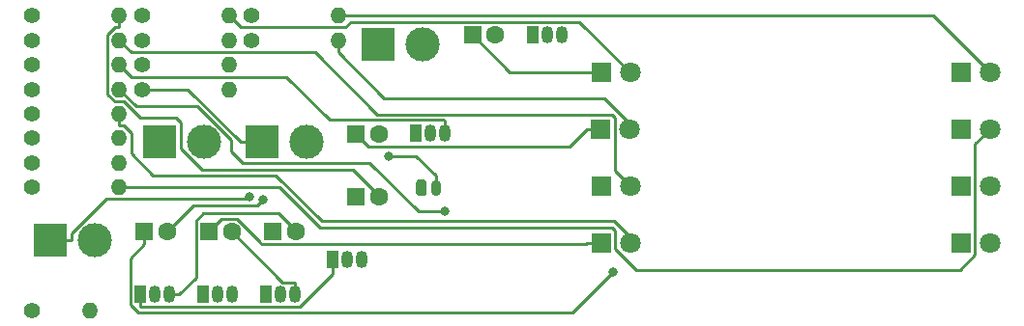
<source format=gbr>
G04 #@! TF.GenerationSoftware,KiCad,Pcbnew,(5.0.1-3-g963ef8bb5)*
G04 #@! TF.CreationDate,2019-07-07T12:57:12+09:00*
G04 #@! TF.ProjectId,Edge Light Tree,45646765204C6967687420547265652E,rev?*
G04 #@! TF.SameCoordinates,Original*
G04 #@! TF.FileFunction,Copper,L1,Top,Mixed*
G04 #@! TF.FilePolarity,Positive*
%FSLAX46Y46*%
G04 Gerber Fmt 4.6, Leading zero omitted, Abs format (unit mm)*
G04 Created by KiCad (PCBNEW (5.0.1-3-g963ef8bb5)) date 2019 July 07, Sunday 12:57:12*
%MOMM*%
%LPD*%
G01*
G04 APERTURE LIST*
G04 #@! TA.AperFunction,ComponentPad*
%ADD10C,3.000000*%
G04 #@! TD*
G04 #@! TA.AperFunction,ComponentPad*
%ADD11R,3.000000X3.000000*%
G04 #@! TD*
G04 #@! TA.AperFunction,ComponentPad*
%ADD12C,1.600000*%
G04 #@! TD*
G04 #@! TA.AperFunction,ComponentPad*
%ADD13R,1.600000X1.600000*%
G04 #@! TD*
G04 #@! TA.AperFunction,ComponentPad*
%ADD14C,1.800000*%
G04 #@! TD*
G04 #@! TA.AperFunction,ComponentPad*
%ADD15R,1.800000X1.800000*%
G04 #@! TD*
G04 #@! TA.AperFunction,Conductor*
%ADD16C,0.100000*%
G04 #@! TD*
G04 #@! TA.AperFunction,ComponentPad*
%ADD17C,0.900000*%
G04 #@! TD*
G04 #@! TA.AperFunction,ComponentPad*
%ADD18O,0.900000X1.400000*%
G04 #@! TD*
G04 #@! TA.AperFunction,ComponentPad*
%ADD19R,1.050000X1.500000*%
G04 #@! TD*
G04 #@! TA.AperFunction,ComponentPad*
%ADD20O,1.050000X1.500000*%
G04 #@! TD*
G04 #@! TA.AperFunction,ComponentPad*
%ADD21C,1.400000*%
G04 #@! TD*
G04 #@! TA.AperFunction,ComponentPad*
%ADD22O,1.400000X1.400000*%
G04 #@! TD*
G04 #@! TA.AperFunction,ViaPad*
%ADD23C,0.800000*%
G04 #@! TD*
G04 #@! TA.AperFunction,Conductor*
%ADD24C,0.250000*%
G04 #@! TD*
G04 APERTURE END LIST*
D10*
G04 #@! TO.P,BT1,2*
G04 #@! TO.N,Net-(BT1-Pad2)*
X123178000Y-96746400D03*
D11*
G04 #@! TO.P,BT1,1*
G04 #@! TO.N,Net-(BT1-Pad1)*
X119298000Y-96746400D03*
G04 #@! TD*
D10*
G04 #@! TO.P,BT2,2*
G04 #@! TO.N,Net-(BT2-Pad2)*
X151888000Y-79546400D03*
D11*
G04 #@! TO.P,BT2,1*
G04 #@! TO.N,Net-(BT2-Pad1)*
X148008000Y-79546400D03*
G04 #@! TD*
D12*
G04 #@! TO.P,C1,2*
G04 #@! TO.N,Net-(C1-Pad2)*
X129533000Y-95996400D03*
D13*
G04 #@! TO.P,C1,1*
G04 #@! TO.N,Net-(C1-Pad1)*
X127533000Y-95996400D03*
G04 #@! TD*
G04 #@! TO.P,C2,1*
G04 #@! TO.N,Net-(C2-Pad1)*
X146033000Y-87396400D03*
D12*
G04 #@! TO.P,C2,2*
G04 #@! TO.N,Net-(C2-Pad2)*
X148033000Y-87396400D03*
G04 #@! TD*
D13*
G04 #@! TO.P,C3,1*
G04 #@! TO.N,Net-(C3-Pad1)*
X133163000Y-95996400D03*
D12*
G04 #@! TO.P,C3,2*
G04 #@! TO.N,Net-(C3-Pad2)*
X135163000Y-95996400D03*
G04 #@! TD*
G04 #@! TO.P,C4,2*
G04 #@! TO.N,Net-(C4-Pad2)*
X158243000Y-78746400D03*
D13*
G04 #@! TO.P,C4,1*
G04 #@! TO.N,Net-(C4-Pad1)*
X156243000Y-78746400D03*
G04 #@! TD*
G04 #@! TO.P,C5,1*
G04 #@! TO.N,Net-(C5-Pad1)*
X138793000Y-95996400D03*
D12*
G04 #@! TO.P,C5,2*
G04 #@! TO.N,Net-(C5-Pad2)*
X140793000Y-95996400D03*
G04 #@! TD*
G04 #@! TO.P,C6,2*
G04 #@! TO.N,Net-(C6-Pad2)*
X148033000Y-92946400D03*
D13*
G04 #@! TO.P,C6,1*
G04 #@! TO.N,Net-(C6-Pad1)*
X146033000Y-92946400D03*
G04 #@! TD*
D14*
G04 #@! TO.P,D1,2*
G04 #@! TO.N,Net-(D1-Pad2)*
X201540000Y-92000000D03*
D15*
G04 #@! TO.P,D1,1*
G04 #@! TO.N,Net-(C1-Pad1)*
X199000000Y-92000000D03*
G04 #@! TD*
G04 #@! TO.P,D2,1*
G04 #@! TO.N,Net-(C1-Pad1)*
X199000000Y-87000000D03*
D14*
G04 #@! TO.P,D2,2*
G04 #@! TO.N,Net-(D2-Pad2)*
X201540000Y-87000000D03*
G04 #@! TD*
G04 #@! TO.P,D3,2*
G04 #@! TO.N,Net-(D3-Pad2)*
X170000000Y-87000000D03*
D15*
G04 #@! TO.P,D3,1*
G04 #@! TO.N,Net-(C2-Pad1)*
X167460000Y-87000000D03*
G04 #@! TD*
G04 #@! TO.P,D4,1*
G04 #@! TO.N,Net-(C2-Pad1)*
X199000000Y-82000000D03*
D14*
G04 #@! TO.P,D4,2*
G04 #@! TO.N,Net-(D4-Pad2)*
X201540000Y-82000000D03*
G04 #@! TD*
G04 #@! TO.P,D5,2*
G04 #@! TO.N,Net-(D5-Pad2)*
X170040000Y-97000000D03*
D15*
G04 #@! TO.P,D5,1*
G04 #@! TO.N,Net-(C3-Pad1)*
X167500000Y-97000000D03*
G04 #@! TD*
G04 #@! TO.P,D6,1*
G04 #@! TO.N,Net-(C3-Pad1)*
X199000000Y-97000000D03*
D14*
G04 #@! TO.P,D6,2*
G04 #@! TO.N,Net-(D6-Pad2)*
X201540000Y-97000000D03*
G04 #@! TD*
D15*
G04 #@! TO.P,D7,1*
G04 #@! TO.N,Net-(C4-Pad1)*
X167500000Y-82000000D03*
D14*
G04 #@! TO.P,D7,2*
G04 #@! TO.N,Net-(D7-Pad2)*
X170040000Y-82000000D03*
G04 #@! TD*
D15*
G04 #@! TO.P,D8,1*
G04 #@! TO.N,Net-(C4-Pad1)*
X167500000Y-92000000D03*
D14*
G04 #@! TO.P,D8,2*
G04 #@! TO.N,Net-(D8-Pad2)*
X170040000Y-92000000D03*
G04 #@! TD*
D16*
G04 #@! TO.N,Net-(M1-Pad1)*
G04 #@! TO.C,M1*
G36*
X152020054Y-91437483D02*
X152041895Y-91440723D01*
X152063314Y-91446088D01*
X152084104Y-91453527D01*
X152104064Y-91462968D01*
X152123003Y-91474319D01*
X152140738Y-91487473D01*
X152157099Y-91502301D01*
X152171927Y-91518662D01*
X152185081Y-91536397D01*
X152196432Y-91555336D01*
X152205873Y-91575296D01*
X152213312Y-91596086D01*
X152218677Y-91617505D01*
X152221917Y-91639346D01*
X152223000Y-91661400D01*
X152223000Y-92611400D01*
X152221917Y-92633454D01*
X152218677Y-92655295D01*
X152213312Y-92676714D01*
X152205873Y-92697504D01*
X152196432Y-92717464D01*
X152185081Y-92736403D01*
X152171927Y-92754138D01*
X152157099Y-92770499D01*
X152140738Y-92785327D01*
X152123003Y-92798481D01*
X152104064Y-92809832D01*
X152084104Y-92819273D01*
X152063314Y-92826712D01*
X152041895Y-92832077D01*
X152020054Y-92835317D01*
X151998000Y-92836400D01*
X151548000Y-92836400D01*
X151525946Y-92835317D01*
X151504105Y-92832077D01*
X151482686Y-92826712D01*
X151461896Y-92819273D01*
X151441936Y-92809832D01*
X151422997Y-92798481D01*
X151405262Y-92785327D01*
X151388901Y-92770499D01*
X151374073Y-92754138D01*
X151360919Y-92736403D01*
X151349568Y-92717464D01*
X151340127Y-92697504D01*
X151332688Y-92676714D01*
X151327323Y-92655295D01*
X151324083Y-92633454D01*
X151323000Y-92611400D01*
X151323000Y-91661400D01*
X151324083Y-91639346D01*
X151327323Y-91617505D01*
X151332688Y-91596086D01*
X151340127Y-91575296D01*
X151349568Y-91555336D01*
X151360919Y-91536397D01*
X151374073Y-91518662D01*
X151388901Y-91502301D01*
X151405262Y-91487473D01*
X151422997Y-91474319D01*
X151441936Y-91462968D01*
X151461896Y-91453527D01*
X151482686Y-91446088D01*
X151504105Y-91440723D01*
X151525946Y-91437483D01*
X151548000Y-91436400D01*
X151998000Y-91436400D01*
X152020054Y-91437483D01*
X152020054Y-91437483D01*
G37*
D17*
G04 #@! TD*
G04 #@! TO.P,M1,1*
G04 #@! TO.N,Net-(M1-Pad1)*
X151773000Y-92136400D03*
D18*
G04 #@! TO.P,M1,2*
G04 #@! TO.N,Net-(BT2-Pad2)*
X153023000Y-92136400D03*
G04 #@! TD*
D19*
G04 #@! TO.P,Q1,1*
G04 #@! TO.N,Net-(C5-Pad1)*
X151283000Y-87376400D03*
D20*
G04 #@! TO.P,Q1,3*
G04 #@! TO.N,Net-(C4-Pad2)*
X153823000Y-87376400D03*
G04 #@! TO.P,Q1,2*
G04 #@! TO.N,Net-(C3-Pad1)*
X152553000Y-87376400D03*
G04 #@! TD*
G04 #@! TO.P,Q2,2*
G04 #@! TO.N,Net-(C4-Pad1)*
X139443000Y-101526000D03*
G04 #@! TO.P,Q2,3*
G04 #@! TO.N,Net-(C3-Pad2)*
X140713000Y-101526000D03*
D19*
G04 #@! TO.P,Q2,1*
G04 #@! TO.N,Net-(C5-Pad1)*
X138173000Y-101526000D03*
G04 #@! TD*
G04 #@! TO.P,Q3,1*
G04 #@! TO.N,Net-(C6-Pad1)*
X132663000Y-101526000D03*
D20*
G04 #@! TO.P,Q3,3*
G04 #@! TO.N,Net-(C2-Pad2)*
X135203000Y-101526000D03*
G04 #@! TO.P,Q3,2*
G04 #@! TO.N,Net-(C1-Pad1)*
X133933000Y-101526000D03*
G04 #@! TD*
G04 #@! TO.P,Q4,2*
G04 #@! TO.N,Net-(C2-Pad1)*
X162763000Y-78726400D03*
G04 #@! TO.P,Q4,3*
G04 #@! TO.N,Net-(C1-Pad2)*
X164033000Y-78726400D03*
D19*
G04 #@! TO.P,Q4,1*
G04 #@! TO.N,Net-(C6-Pad1)*
X161493000Y-78726400D03*
G04 #@! TD*
G04 #@! TO.P,Q5,1*
G04 #@! TO.N,Net-(BT1-Pad2)*
X127153000Y-101526000D03*
D20*
G04 #@! TO.P,Q5,3*
G04 #@! TO.N,Net-(C5-Pad2)*
X129693000Y-101526000D03*
G04 #@! TO.P,Q5,2*
G04 #@! TO.N,Net-(C6-Pad1)*
X128423000Y-101526000D03*
G04 #@! TD*
G04 #@! TO.P,Q6,2*
G04 #@! TO.N,Net-(C5-Pad1)*
X145313000Y-98476400D03*
G04 #@! TO.P,Q6,3*
G04 #@! TO.N,Net-(C6-Pad2)*
X146583000Y-98476400D03*
D19*
G04 #@! TO.P,Q6,1*
G04 #@! TO.N,Net-(BT1-Pad2)*
X144043000Y-98476400D03*
G04 #@! TD*
D21*
G04 #@! TO.P,R1,1*
G04 #@! TO.N,Net-(R1-Pad1)*
X117713000Y-102896000D03*
D22*
G04 #@! TO.P,R1,2*
G04 #@! TO.N,Net-(M1-Pad1)*
X122793000Y-102896000D03*
G04 #@! TD*
G04 #@! TO.P,R2,2*
G04 #@! TO.N,Net-(D1-Pad2)*
X134903000Y-83496400D03*
D21*
G04 #@! TO.P,R2,1*
G04 #@! TO.N,Net-(R10-Pad1)*
X127283000Y-83496400D03*
G04 #@! TD*
G04 #@! TO.P,R3,1*
G04 #@! TO.N,Net-(R10-Pad1)*
X117713000Y-92096400D03*
D22*
G04 #@! TO.P,R3,2*
G04 #@! TO.N,Net-(D2-Pad2)*
X125333000Y-92096400D03*
G04 #@! TD*
G04 #@! TO.P,R4,2*
G04 #@! TO.N,Net-(C1-Pad2)*
X134903000Y-81346400D03*
D21*
G04 #@! TO.P,R4,1*
G04 #@! TO.N,Net-(R10-Pad1)*
X127283000Y-81346400D03*
G04 #@! TD*
G04 #@! TO.P,R5,1*
G04 #@! TO.N,Net-(R10-Pad1)*
X117713000Y-89946400D03*
D22*
G04 #@! TO.P,R5,2*
G04 #@! TO.N,Net-(C2-Pad2)*
X125333000Y-89946400D03*
G04 #@! TD*
G04 #@! TO.P,R6,2*
G04 #@! TO.N,Net-(D3-Pad2)*
X144473000Y-79196400D03*
D21*
G04 #@! TO.P,R6,1*
G04 #@! TO.N,Net-(R10-Pad1)*
X136853000Y-79196400D03*
G04 #@! TD*
G04 #@! TO.P,R7,1*
G04 #@! TO.N,Net-(R10-Pad1)*
X136853000Y-77046400D03*
D22*
G04 #@! TO.P,R7,2*
G04 #@! TO.N,Net-(D4-Pad2)*
X144473000Y-77046400D03*
G04 #@! TD*
G04 #@! TO.P,R8,2*
G04 #@! TO.N,Net-(C6-Pad2)*
X125333000Y-77046400D03*
D21*
G04 #@! TO.P,R8,1*
G04 #@! TO.N,Net-(R10-Pad1)*
X117713000Y-77046400D03*
G04 #@! TD*
G04 #@! TO.P,R9,1*
G04 #@! TO.N,Net-(R10-Pad1)*
X117713000Y-87796400D03*
D22*
G04 #@! TO.P,R9,2*
G04 #@! TO.N,Net-(C5-Pad2)*
X125333000Y-87796400D03*
G04 #@! TD*
D21*
G04 #@! TO.P,R10,1*
G04 #@! TO.N,Net-(R10-Pad1)*
X117713000Y-85646400D03*
D22*
G04 #@! TO.P,R10,2*
G04 #@! TO.N,Net-(D5-Pad2)*
X125333000Y-85646400D03*
G04 #@! TD*
G04 #@! TO.P,R11,2*
G04 #@! TO.N,Net-(D6-Pad2)*
X125333000Y-83496400D03*
D21*
G04 #@! TO.P,R11,1*
G04 #@! TO.N,Net-(R10-Pad1)*
X117713000Y-83496400D03*
G04 #@! TD*
G04 #@! TO.P,R12,1*
G04 #@! TO.N,Net-(R10-Pad1)*
X127283000Y-79196400D03*
D22*
G04 #@! TO.P,R12,2*
G04 #@! TO.N,Net-(C3-Pad2)*
X134903000Y-79196400D03*
G04 #@! TD*
G04 #@! TO.P,R13,2*
G04 #@! TO.N,Net-(C4-Pad2)*
X125333000Y-81346400D03*
D21*
G04 #@! TO.P,R13,1*
G04 #@! TO.N,Net-(R10-Pad1)*
X117713000Y-81346400D03*
G04 #@! TD*
G04 #@! TO.P,R14,1*
G04 #@! TO.N,Net-(R10-Pad1)*
X127283000Y-77046400D03*
D22*
G04 #@! TO.P,R14,2*
G04 #@! TO.N,Net-(D7-Pad2)*
X134903000Y-77046400D03*
G04 #@! TD*
G04 #@! TO.P,R15,2*
G04 #@! TO.N,Net-(D8-Pad2)*
X125333000Y-79196400D03*
D21*
G04 #@! TO.P,R15,1*
G04 #@! TO.N,Net-(R10-Pad1)*
X117713000Y-79196400D03*
G04 #@! TD*
D11*
G04 #@! TO.P,SW1,1*
G04 #@! TO.N,Net-(R10-Pad1)*
X137798000Y-88146400D03*
D10*
G04 #@! TO.P,SW1,2*
G04 #@! TO.N,Net-(BT1-Pad1)*
X141678000Y-88146400D03*
G04 #@! TD*
D11*
G04 #@! TO.P,SW2,1*
G04 #@! TO.N,Net-(R1-Pad1)*
X128868000Y-88146400D03*
D10*
G04 #@! TO.P,SW2,2*
G04 #@! TO.N,Net-(BT2-Pad1)*
X132748000Y-88146400D03*
G04 #@! TD*
D23*
G04 #@! TO.N,Net-(BT1-Pad1)*
X136690200Y-92911500D03*
G04 #@! TO.N,Net-(BT2-Pad2)*
X148919300Y-89366900D03*
G04 #@! TO.N,Net-(C1-Pad2)*
X137940900Y-93185200D03*
G04 #@! TO.N,Net-(C1-Pad1)*
X168523400Y-99534500D03*
G04 #@! TO.N,Net-(D6-Pad2)*
X153856000Y-94229000D03*
G04 #@! TD*
D24*
G04 #@! TO.N,Net-(BT1-Pad2)*
X127153000Y-101526000D02*
X127153000Y-102601300D01*
X144043000Y-98476400D02*
X144043000Y-99664200D01*
X144043000Y-99664200D02*
X141105900Y-102601300D01*
X141105900Y-102601300D02*
X127153000Y-102601300D01*
G04 #@! TO.N,Net-(BT1-Pad1)*
X121123300Y-96746400D02*
X121123300Y-96175900D01*
X121123300Y-96175900D02*
X124175500Y-93123700D01*
X124175500Y-93123700D02*
X136478000Y-93123700D01*
X136478000Y-93123700D02*
X136690200Y-92911500D01*
X119298000Y-96746400D02*
X121123300Y-96746400D01*
G04 #@! TO.N,Net-(BT2-Pad2)*
X153023000Y-91111100D02*
X151278900Y-89367000D01*
X151278900Y-89367000D02*
X148919300Y-89367000D01*
X148919300Y-89367000D02*
X148919300Y-89366900D01*
X153023000Y-92136400D02*
X153023000Y-91111100D01*
G04 #@! TO.N,Net-(C1-Pad2)*
X137940900Y-93185200D02*
X137437800Y-93688300D01*
X137437800Y-93688300D02*
X131841100Y-93688300D01*
X131841100Y-93688300D02*
X129533000Y-95996400D01*
G04 #@! TO.N,Net-(C1-Pad1)*
X127533000Y-97121700D02*
X126283100Y-98371600D01*
X126283100Y-98371600D02*
X126283100Y-102417300D01*
X126283100Y-102417300D02*
X126961600Y-103095800D01*
X126961600Y-103095800D02*
X164962100Y-103095800D01*
X164962100Y-103095800D02*
X168523400Y-99534500D01*
X127533000Y-95996400D02*
X127533000Y-97121700D01*
G04 #@! TO.N,Net-(C2-Pad1)*
X167460000Y-87000000D02*
X166234700Y-87000000D01*
X166234700Y-87000000D02*
X164712900Y-88521800D01*
X164712900Y-88521800D02*
X147158400Y-88521800D01*
X147158400Y-88521800D02*
X146033000Y-87396400D01*
G04 #@! TO.N,Net-(C3-Pad1)*
X167500000Y-97000000D02*
X166274700Y-97000000D01*
X166274700Y-97000000D02*
X166152900Y-97121800D01*
X166152900Y-97121800D02*
X137790300Y-97121800D01*
X137790300Y-97121800D02*
X137667600Y-96999100D01*
X137667600Y-96999100D02*
X137667600Y-96880800D01*
X137667600Y-96880800D02*
X135657800Y-94871000D01*
X135657800Y-94871000D02*
X134288400Y-94871000D01*
X134288400Y-94871000D02*
X133163000Y-95996400D01*
G04 #@! TO.N,Net-(C3-Pad2)*
X140713000Y-101526000D02*
X140713000Y-100450700D01*
X140713000Y-100450700D02*
X139617300Y-100450700D01*
X139617300Y-100450700D02*
X135163000Y-95996400D01*
G04 #@! TO.N,Net-(C4-Pad2)*
X153823000Y-87376400D02*
X153823000Y-86301100D01*
X125333000Y-81346400D02*
X126408000Y-82421400D01*
X126408000Y-82421400D02*
X139957600Y-82421400D01*
X139957600Y-82421400D02*
X143716500Y-86180300D01*
X143716500Y-86180300D02*
X153702200Y-86180300D01*
X153702200Y-86180300D02*
X153823000Y-86301100D01*
G04 #@! TO.N,Net-(C4-Pad1)*
X167500000Y-82000000D02*
X159496600Y-82000000D01*
X159496600Y-82000000D02*
X156243000Y-78746400D01*
G04 #@! TO.N,Net-(C5-Pad2)*
X129693000Y-101526000D02*
X130543300Y-101526000D01*
X130543300Y-101526000D02*
X132037600Y-100031700D01*
X132037600Y-100031700D02*
X132037600Y-95061600D01*
X132037600Y-95061600D02*
X132686600Y-94412600D01*
X132686600Y-94412600D02*
X139287300Y-94412600D01*
X139287300Y-94412600D02*
X140793000Y-95918300D01*
X140793000Y-95918300D02*
X140793000Y-95996400D01*
G04 #@! TO.N,Net-(C6-Pad2)*
X125333000Y-78071700D02*
X124948500Y-78071700D01*
X124948500Y-78071700D02*
X124275700Y-78744500D01*
X124275700Y-78744500D02*
X124275700Y-83925600D01*
X124275700Y-83925600D02*
X124921500Y-84571400D01*
X124921500Y-84571400D02*
X125708100Y-84571400D01*
X125708100Y-84571400D02*
X127126600Y-85989900D01*
X127126600Y-85989900D02*
X130251300Y-85989900D01*
X130251300Y-85989900D02*
X130693400Y-86432000D01*
X130693400Y-86432000D02*
X130693400Y-88688400D01*
X130693400Y-88688400D02*
X132593500Y-90588500D01*
X132593500Y-90588500D02*
X145767800Y-90588500D01*
X145767800Y-90588500D02*
X148033000Y-92853700D01*
X148033000Y-92853700D02*
X148033000Y-92946400D01*
X125333000Y-77046400D02*
X125333000Y-78071700D01*
G04 #@! TO.N,Net-(D2-Pad2)*
X201540000Y-87000000D02*
X200225400Y-88314600D01*
X200225400Y-88314600D02*
X200225400Y-98047100D01*
X200225400Y-98047100D02*
X198943200Y-99329300D01*
X198943200Y-99329300D02*
X170556200Y-99329300D01*
X170556200Y-99329300D02*
X168725400Y-97498500D01*
X168725400Y-97498500D02*
X168725400Y-95929300D01*
X168725400Y-95929300D02*
X168466900Y-95670800D01*
X168466900Y-95670800D02*
X142926700Y-95670800D01*
X142926700Y-95670800D02*
X139352300Y-92096400D01*
X139352300Y-92096400D02*
X126358300Y-92096400D01*
X125333000Y-92096400D02*
X126358300Y-92096400D01*
G04 #@! TO.N,Net-(D3-Pad2)*
X170000000Y-87000000D02*
X170000000Y-86522300D01*
X170000000Y-86522300D02*
X167752600Y-84274900D01*
X167752600Y-84274900D02*
X148526200Y-84274900D01*
X148526200Y-84274900D02*
X144473000Y-80221700D01*
X144473000Y-79196400D02*
X144473000Y-80221700D01*
G04 #@! TO.N,Net-(D4-Pad2)*
X201540000Y-82000000D02*
X196586400Y-77046400D01*
X196586400Y-77046400D02*
X144473000Y-77046400D01*
G04 #@! TO.N,Net-(D5-Pad2)*
X125333000Y-85646400D02*
X125333000Y-86671700D01*
X125333000Y-86671700D02*
X125717600Y-86671700D01*
X125717600Y-86671700D02*
X126358300Y-87312400D01*
X126358300Y-87312400D02*
X126358300Y-89103700D01*
X126358300Y-89103700D02*
X128293500Y-91038900D01*
X128293500Y-91038900D02*
X139008500Y-91038900D01*
X139008500Y-91038900D02*
X143056700Y-95087100D01*
X143056700Y-95087100D02*
X168605400Y-95087100D01*
X168605400Y-95087100D02*
X170040000Y-96521700D01*
X170040000Y-96521700D02*
X170040000Y-97000000D01*
G04 #@! TO.N,Net-(D6-Pad2)*
X125333000Y-83496400D02*
X126811200Y-84974600D01*
X126811200Y-84974600D02*
X132164000Y-84974600D01*
X132164000Y-84974600D02*
X135113800Y-87924400D01*
X135113800Y-87924400D02*
X135113800Y-88948200D01*
X135113800Y-88948200D02*
X136137400Y-89971800D01*
X136137400Y-89971800D02*
X147241600Y-89971800D01*
X147241600Y-89971800D02*
X151498800Y-94229000D01*
X151498800Y-94229000D02*
X153856000Y-94229000D01*
G04 #@! TO.N,Net-(D7-Pad2)*
X134903000Y-77046400D02*
X135928400Y-78071800D01*
X135928400Y-78071800D02*
X145105400Y-78071800D01*
X145105400Y-78071800D02*
X145608500Y-77568700D01*
X145608500Y-77568700D02*
X165608700Y-77568700D01*
X165608700Y-77568700D02*
X170040000Y-82000000D01*
G04 #@! TO.N,Net-(D8-Pad2)*
X125333000Y-79196400D02*
X126408000Y-80271400D01*
X126408000Y-80271400D02*
X142470500Y-80271400D01*
X142470500Y-80271400D02*
X147929000Y-85729900D01*
X147929000Y-85729900D02*
X168491300Y-85729900D01*
X168491300Y-85729900D02*
X168725400Y-85964000D01*
X168725400Y-85964000D02*
X168725400Y-90685400D01*
X168725400Y-90685400D02*
X170040000Y-92000000D01*
G04 #@! TO.N,Net-(R10-Pad1)*
X127283000Y-83496400D02*
X131322700Y-83496400D01*
X131322700Y-83496400D02*
X135972700Y-88146400D01*
X137798000Y-88146400D02*
X135972700Y-88146400D01*
G04 #@! TD*
M02*

</source>
